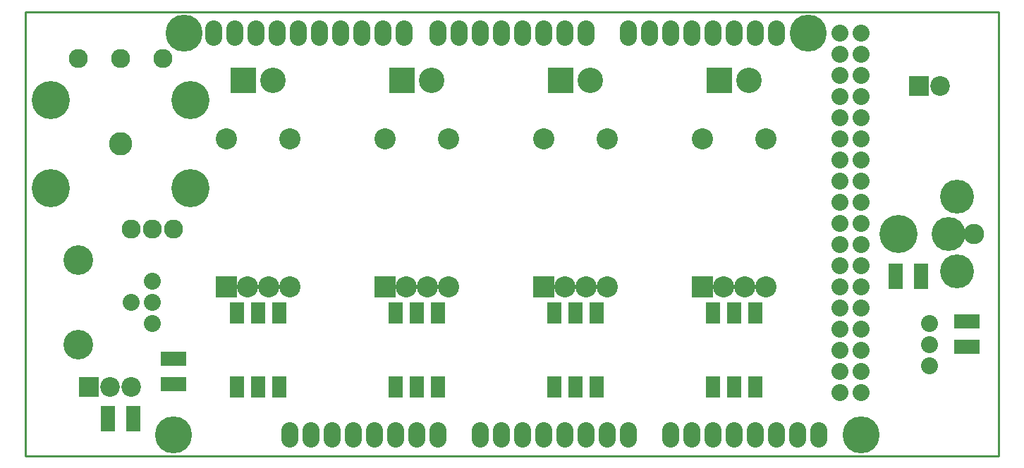
<source format=gbs>
G04 (created by PCBNEW (2013-jul-07)-stable) date Tue 08 Jul 2014 03:30:23 PM EDT*
%MOIN*%
G04 Gerber Fmt 3.4, Leading zero omitted, Abs format*
%FSLAX34Y34*%
G01*
G70*
G90*
G04 APERTURE LIST*
%ADD10C,0.00590551*%
%ADD11C,0.009*%
%ADD12C,0.175*%
%ADD13O,0.08X0.12*%
%ADD14C,0.08*%
%ADD15R,0.07X0.1*%
%ADD16C,0.096*%
%ADD17C,0.16*%
%ADD18C,0.18*%
%ADD19R,0.12X0.12*%
%ADD20C,0.12*%
%ADD21R,0.1X0.1*%
%ADD22C,0.1*%
%ADD23R,0.12X0.07*%
%ADD24R,0.07X0.12*%
%ADD25C,0.093*%
%ADD26R,0.093X0.093*%
%ADD27C,0.14*%
%ADD28C,0.11*%
%ADD29C,0.09*%
G04 APERTURE END LIST*
G54D10*
G54D11*
X89500Y-51500D02*
X43500Y-51500D01*
X43500Y-30500D02*
X89500Y-30500D01*
X43500Y-30500D02*
X43500Y-51500D01*
X89500Y-51500D02*
X89500Y-30500D01*
G54D12*
X50500Y-50500D03*
X51000Y-31500D03*
X83000Y-50500D03*
X80500Y-31500D03*
G54D13*
X56000Y-50500D03*
X57000Y-50500D03*
X58000Y-50500D03*
X59000Y-50500D03*
X60000Y-50500D03*
X61000Y-50500D03*
X62000Y-50500D03*
X63000Y-50500D03*
X65000Y-50500D03*
X66000Y-50500D03*
X67000Y-50500D03*
X68000Y-50500D03*
X69000Y-50500D03*
X70000Y-50500D03*
X71000Y-50500D03*
X72000Y-50500D03*
X74000Y-50500D03*
X75000Y-50500D03*
X76000Y-50500D03*
X77000Y-50500D03*
X78000Y-50500D03*
X79000Y-50500D03*
X80000Y-50500D03*
X81000Y-50500D03*
X52400Y-31500D03*
X53400Y-31500D03*
X54400Y-31500D03*
X55400Y-31500D03*
X56400Y-31500D03*
X57400Y-31500D03*
X58400Y-31500D03*
X59400Y-31500D03*
X60400Y-31500D03*
X61400Y-31500D03*
X63000Y-31500D03*
X70000Y-31500D03*
X69000Y-31500D03*
X68000Y-31500D03*
X67000Y-31500D03*
X66000Y-31500D03*
X65000Y-31500D03*
X64000Y-31500D03*
X72000Y-31500D03*
X73000Y-31500D03*
X74000Y-31500D03*
X75000Y-31500D03*
X76000Y-31500D03*
X77000Y-31500D03*
X78000Y-31500D03*
X79000Y-31500D03*
G54D14*
X82000Y-31500D03*
X83000Y-31500D03*
X82000Y-32500D03*
X83000Y-32500D03*
X82000Y-33500D03*
X83000Y-33500D03*
X82000Y-34500D03*
X83000Y-34500D03*
X82000Y-35500D03*
X83000Y-35500D03*
X82000Y-36500D03*
X83000Y-36500D03*
X82000Y-37500D03*
X83000Y-37500D03*
X82000Y-38500D03*
X83000Y-38500D03*
X82000Y-39500D03*
X83000Y-39500D03*
X82000Y-40500D03*
X83000Y-40500D03*
X82000Y-41500D03*
X83000Y-41500D03*
X82000Y-42500D03*
X83000Y-42500D03*
X82000Y-43500D03*
X83000Y-43500D03*
X82000Y-44500D03*
X83000Y-44500D03*
X82000Y-45500D03*
X83000Y-45500D03*
X82000Y-46500D03*
X83000Y-46500D03*
X82000Y-47500D03*
X83000Y-47500D03*
X82000Y-48500D03*
X83000Y-48500D03*
G54D15*
X70500Y-48250D03*
X69500Y-48250D03*
X68500Y-48250D03*
X68500Y-44750D03*
X69500Y-44750D03*
X70500Y-44750D03*
X78000Y-48250D03*
X77000Y-48250D03*
X76000Y-48250D03*
X76000Y-44750D03*
X77000Y-44750D03*
X78000Y-44750D03*
G54D16*
X88320Y-41000D03*
G54D17*
X87140Y-41000D03*
G54D18*
X84780Y-41000D03*
G54D17*
X87530Y-39230D03*
X87530Y-42770D03*
G54D15*
X55500Y-48250D03*
X54500Y-48250D03*
X53500Y-48250D03*
X53500Y-44750D03*
X54500Y-44750D03*
X55500Y-44750D03*
X63000Y-48250D03*
X62000Y-48250D03*
X61000Y-48250D03*
X61000Y-44750D03*
X62000Y-44750D03*
X63000Y-44750D03*
G54D19*
X76311Y-33750D03*
G54D20*
X77689Y-33750D03*
G54D19*
X68811Y-33750D03*
G54D20*
X70189Y-33750D03*
G54D19*
X61311Y-33750D03*
G54D20*
X62689Y-33750D03*
G54D19*
X53811Y-33750D03*
G54D20*
X55189Y-33750D03*
G54D21*
X75500Y-43500D03*
G54D22*
X76500Y-43500D03*
X77500Y-43500D03*
X78500Y-43500D03*
X78500Y-36500D03*
X75500Y-36500D03*
G54D21*
X68000Y-43500D03*
G54D22*
X69000Y-43500D03*
X70000Y-43500D03*
X71000Y-43500D03*
X71000Y-36500D03*
X68000Y-36500D03*
G54D21*
X60500Y-43500D03*
G54D22*
X61500Y-43500D03*
X62500Y-43500D03*
X63500Y-43500D03*
X63500Y-36500D03*
X60500Y-36500D03*
G54D21*
X53000Y-43500D03*
G54D22*
X54000Y-43500D03*
X55000Y-43500D03*
X56000Y-43500D03*
X56000Y-36500D03*
X53000Y-36500D03*
G54D23*
X88000Y-45150D03*
X88000Y-46350D03*
G54D24*
X84650Y-43000D03*
X85850Y-43000D03*
X48600Y-49750D03*
X47400Y-49750D03*
G54D23*
X50500Y-48100D03*
X50500Y-46900D03*
G54D25*
X47500Y-48250D03*
X48500Y-48250D03*
G54D26*
X46500Y-48250D03*
G54D25*
X86750Y-34000D03*
G54D26*
X85750Y-34000D03*
G54D14*
X86250Y-46250D03*
X86250Y-45250D03*
X86250Y-47250D03*
G54D27*
X46000Y-46250D03*
X46000Y-42250D03*
G54D14*
X48500Y-44250D03*
X49500Y-44250D03*
X49500Y-43250D03*
X49500Y-45250D03*
G54D28*
X48000Y-36750D03*
G54D29*
X50500Y-40780D03*
X49500Y-40780D03*
X48500Y-40780D03*
X50000Y-32720D03*
X48000Y-32720D03*
X46000Y-32720D03*
G54D18*
X51300Y-34670D03*
X51300Y-38830D03*
X44700Y-34670D03*
X44700Y-38830D03*
M02*

</source>
